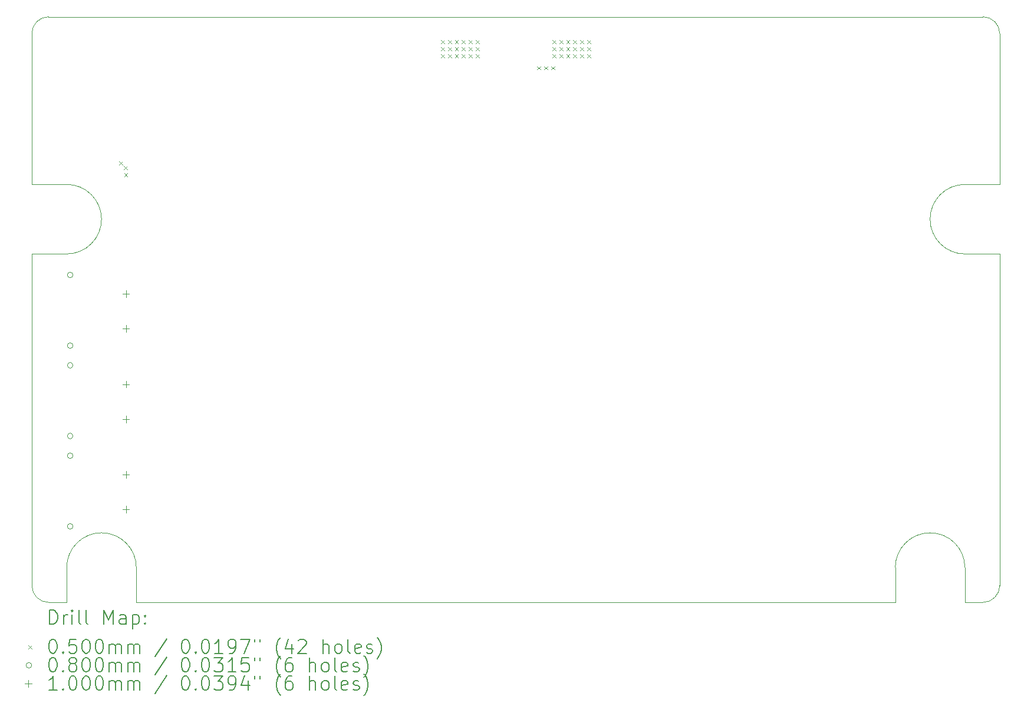
<source format=gbr>
%FSLAX45Y45*%
G04 Gerber Fmt 4.5, Leading zero omitted, Abs format (unit mm)*
G04 Created by KiCad (PCBNEW (6.0.4)) date 2022-06-22 13:50:20*
%MOMM*%
%LPD*%
G01*
G04 APERTURE LIST*
%TA.AperFunction,Profile*%
%ADD10C,0.050000*%
%TD*%
%ADD11C,0.200000*%
%ADD12C,0.050000*%
%ADD13C,0.080000*%
%ADD14C,0.100000*%
G04 APERTURE END LIST*
D10*
X7000000Y-14270000D02*
X7000000Y-9500000D01*
X7000000Y-8500000D02*
X7000000Y-6329706D01*
X20900000Y-9500000D02*
X20900000Y-14270000D01*
X19400000Y-14510000D02*
X8500000Y-14510000D01*
X7500000Y-14510000D02*
X7240000Y-14510000D01*
X20400000Y-9500000D02*
X20900000Y-9500000D01*
X20400000Y-8500000D02*
G75*
G03*
X20400000Y-9500000I0J-500000D01*
G01*
X20400000Y-14010000D02*
X20400000Y-14510000D01*
X7500000Y-9500000D02*
G75*
G03*
X7500000Y-8500000I0J500000D01*
G01*
X20400000Y-8500000D02*
X20900000Y-8500000D01*
X20900004Y-6329706D02*
G75*
G03*
X20660000Y-6089706I-240004J-4D01*
G01*
X7240000Y-6089706D02*
G75*
G03*
X7000000Y-6329706I0J-240000D01*
G01*
X7500000Y-14010000D02*
X7500000Y-14510000D01*
X7000000Y-14270000D02*
G75*
G03*
X7240000Y-14510000I240000J0D01*
G01*
X7240000Y-6089706D02*
X20660000Y-6089706D01*
X20660000Y-14510000D02*
X20400000Y-14510000D01*
X8500000Y-14010000D02*
X8500000Y-14510000D01*
X20400000Y-14010000D02*
G75*
G03*
X19400000Y-14010000I-500000J0D01*
G01*
X8500000Y-14010000D02*
G75*
G03*
X7500000Y-14010000I-500000J0D01*
G01*
X7500000Y-8500000D02*
X7000000Y-8500000D01*
X20660000Y-14510000D02*
G75*
G03*
X20900000Y-14270000I0J240000D01*
G01*
X20900000Y-6329706D02*
X20900000Y-8500000D01*
X19400000Y-14010000D02*
X19400000Y-14510000D01*
X7500000Y-9500000D02*
X7000000Y-9500000D01*
D11*
D12*
X8254450Y-8166750D02*
X8304450Y-8216750D01*
X8304450Y-8166750D02*
X8254450Y-8216750D01*
X8324300Y-8236600D02*
X8374300Y-8286600D01*
X8374300Y-8236600D02*
X8324300Y-8286600D01*
X8325000Y-8338200D02*
X8375000Y-8388200D01*
X8375000Y-8338200D02*
X8325000Y-8388200D01*
X12875000Y-6425000D02*
X12925000Y-6475000D01*
X12925000Y-6425000D02*
X12875000Y-6475000D01*
X12875000Y-6525000D02*
X12925000Y-6575000D01*
X12925000Y-6525000D02*
X12875000Y-6575000D01*
X12875000Y-6625000D02*
X12925000Y-6675000D01*
X12925000Y-6625000D02*
X12875000Y-6675000D01*
X12975000Y-6425000D02*
X13025000Y-6475000D01*
X13025000Y-6425000D02*
X12975000Y-6475000D01*
X12975000Y-6525000D02*
X13025000Y-6575000D01*
X13025000Y-6525000D02*
X12975000Y-6575000D01*
X12975000Y-6625000D02*
X13025000Y-6675000D01*
X13025000Y-6625000D02*
X12975000Y-6675000D01*
X13075000Y-6425000D02*
X13125000Y-6475000D01*
X13125000Y-6425000D02*
X13075000Y-6475000D01*
X13075000Y-6525000D02*
X13125000Y-6575000D01*
X13125000Y-6525000D02*
X13075000Y-6575000D01*
X13075000Y-6625000D02*
X13125000Y-6675000D01*
X13125000Y-6625000D02*
X13075000Y-6675000D01*
X13175000Y-6425000D02*
X13225000Y-6475000D01*
X13225000Y-6425000D02*
X13175000Y-6475000D01*
X13175000Y-6525000D02*
X13225000Y-6575000D01*
X13225000Y-6525000D02*
X13175000Y-6575000D01*
X13175000Y-6625000D02*
X13225000Y-6675000D01*
X13225000Y-6625000D02*
X13175000Y-6675000D01*
X13275000Y-6425000D02*
X13325000Y-6475000D01*
X13325000Y-6425000D02*
X13275000Y-6475000D01*
X13275000Y-6525000D02*
X13325000Y-6575000D01*
X13325000Y-6525000D02*
X13275000Y-6575000D01*
X13275000Y-6625000D02*
X13325000Y-6675000D01*
X13325000Y-6625000D02*
X13275000Y-6675000D01*
X13375000Y-6425000D02*
X13425000Y-6475000D01*
X13425000Y-6425000D02*
X13375000Y-6475000D01*
X13375000Y-6525000D02*
X13425000Y-6575000D01*
X13425000Y-6525000D02*
X13375000Y-6575000D01*
X13375000Y-6625000D02*
X13425000Y-6675000D01*
X13425000Y-6625000D02*
X13375000Y-6675000D01*
X14255200Y-6801500D02*
X14305200Y-6851500D01*
X14305200Y-6801500D02*
X14255200Y-6851500D01*
X14356800Y-6801500D02*
X14406800Y-6851500D01*
X14406800Y-6801500D02*
X14356800Y-6851500D01*
X14458400Y-6801500D02*
X14508400Y-6851500D01*
X14508400Y-6801500D02*
X14458400Y-6851500D01*
X14475000Y-6425000D02*
X14525000Y-6475000D01*
X14525000Y-6425000D02*
X14475000Y-6475000D01*
X14475000Y-6525000D02*
X14525000Y-6575000D01*
X14525000Y-6525000D02*
X14475000Y-6575000D01*
X14475000Y-6625000D02*
X14525000Y-6675000D01*
X14525000Y-6625000D02*
X14475000Y-6675000D01*
X14575000Y-6425000D02*
X14625000Y-6475000D01*
X14625000Y-6425000D02*
X14575000Y-6475000D01*
X14575000Y-6525000D02*
X14625000Y-6575000D01*
X14625000Y-6525000D02*
X14575000Y-6575000D01*
X14575000Y-6625000D02*
X14625000Y-6675000D01*
X14625000Y-6625000D02*
X14575000Y-6675000D01*
X14675000Y-6425000D02*
X14725000Y-6475000D01*
X14725000Y-6425000D02*
X14675000Y-6475000D01*
X14675000Y-6525000D02*
X14725000Y-6575000D01*
X14725000Y-6525000D02*
X14675000Y-6575000D01*
X14675000Y-6625000D02*
X14725000Y-6675000D01*
X14725000Y-6625000D02*
X14675000Y-6675000D01*
X14775000Y-6425000D02*
X14825000Y-6475000D01*
X14825000Y-6425000D02*
X14775000Y-6475000D01*
X14775000Y-6525000D02*
X14825000Y-6575000D01*
X14825000Y-6525000D02*
X14775000Y-6575000D01*
X14775000Y-6625000D02*
X14825000Y-6675000D01*
X14825000Y-6625000D02*
X14775000Y-6675000D01*
X14875000Y-6425000D02*
X14925000Y-6475000D01*
X14925000Y-6425000D02*
X14875000Y-6475000D01*
X14875000Y-6525000D02*
X14925000Y-6575000D01*
X14925000Y-6525000D02*
X14875000Y-6575000D01*
X14875000Y-6625000D02*
X14925000Y-6675000D01*
X14925000Y-6625000D02*
X14875000Y-6675000D01*
X14975000Y-6425000D02*
X15025000Y-6475000D01*
X15025000Y-6425000D02*
X14975000Y-6475000D01*
X14975000Y-6525000D02*
X15025000Y-6575000D01*
X15025000Y-6525000D02*
X14975000Y-6575000D01*
X14975000Y-6625000D02*
X15025000Y-6675000D01*
X15025000Y-6625000D02*
X14975000Y-6675000D01*
D13*
X7590000Y-9802000D02*
G75*
G03*
X7590000Y-9802000I-40000J0D01*
G01*
X7590000Y-10818000D02*
G75*
G03*
X7590000Y-10818000I-40000J0D01*
G01*
X7590000Y-11102000D02*
G75*
G03*
X7590000Y-11102000I-40000J0D01*
G01*
X7590000Y-12118000D02*
G75*
G03*
X7590000Y-12118000I-40000J0D01*
G01*
X7590000Y-12402000D02*
G75*
G03*
X7590000Y-12402000I-40000J0D01*
G01*
X7590000Y-13418000D02*
G75*
G03*
X7590000Y-13418000I-40000J0D01*
G01*
D14*
X8350000Y-10023232D02*
X8350000Y-10123232D01*
X8300000Y-10073232D02*
X8400000Y-10073232D01*
X8350000Y-10523232D02*
X8350000Y-10623232D01*
X8300000Y-10573232D02*
X8400000Y-10573232D01*
X8350000Y-11323232D02*
X8350000Y-11423232D01*
X8300000Y-11373232D02*
X8400000Y-11373232D01*
X8350000Y-11823232D02*
X8350000Y-11923232D01*
X8300000Y-11873232D02*
X8400000Y-11873232D01*
X8350000Y-12623232D02*
X8350000Y-12723232D01*
X8300000Y-12673232D02*
X8400000Y-12673232D01*
X8350000Y-13123232D02*
X8350000Y-13223232D01*
X8300000Y-13173232D02*
X8400000Y-13173232D01*
D11*
X7255119Y-14822976D02*
X7255119Y-14622976D01*
X7302738Y-14622976D01*
X7331309Y-14632500D01*
X7350357Y-14651548D01*
X7359881Y-14670595D01*
X7369405Y-14708690D01*
X7369405Y-14737262D01*
X7359881Y-14775357D01*
X7350357Y-14794405D01*
X7331309Y-14813452D01*
X7302738Y-14822976D01*
X7255119Y-14822976D01*
X7455119Y-14822976D02*
X7455119Y-14689643D01*
X7455119Y-14727738D02*
X7464643Y-14708690D01*
X7474167Y-14699167D01*
X7493214Y-14689643D01*
X7512262Y-14689643D01*
X7578928Y-14822976D02*
X7578928Y-14689643D01*
X7578928Y-14622976D02*
X7569405Y-14632500D01*
X7578928Y-14642024D01*
X7588452Y-14632500D01*
X7578928Y-14622976D01*
X7578928Y-14642024D01*
X7702738Y-14822976D02*
X7683690Y-14813452D01*
X7674167Y-14794405D01*
X7674167Y-14622976D01*
X7807500Y-14822976D02*
X7788452Y-14813452D01*
X7778928Y-14794405D01*
X7778928Y-14622976D01*
X8036071Y-14822976D02*
X8036071Y-14622976D01*
X8102738Y-14765833D01*
X8169405Y-14622976D01*
X8169405Y-14822976D01*
X8350357Y-14822976D02*
X8350357Y-14718214D01*
X8340833Y-14699167D01*
X8321786Y-14689643D01*
X8283690Y-14689643D01*
X8264643Y-14699167D01*
X8350357Y-14813452D02*
X8331309Y-14822976D01*
X8283690Y-14822976D01*
X8264643Y-14813452D01*
X8255119Y-14794405D01*
X8255119Y-14775357D01*
X8264643Y-14756309D01*
X8283690Y-14746786D01*
X8331309Y-14746786D01*
X8350357Y-14737262D01*
X8445595Y-14689643D02*
X8445595Y-14889643D01*
X8445595Y-14699167D02*
X8464643Y-14689643D01*
X8502738Y-14689643D01*
X8521786Y-14699167D01*
X8531310Y-14708690D01*
X8540833Y-14727738D01*
X8540833Y-14784881D01*
X8531310Y-14803928D01*
X8521786Y-14813452D01*
X8502738Y-14822976D01*
X8464643Y-14822976D01*
X8445595Y-14813452D01*
X8626548Y-14803928D02*
X8636071Y-14813452D01*
X8626548Y-14822976D01*
X8617024Y-14813452D01*
X8626548Y-14803928D01*
X8626548Y-14822976D01*
X8626548Y-14699167D02*
X8636071Y-14708690D01*
X8626548Y-14718214D01*
X8617024Y-14708690D01*
X8626548Y-14699167D01*
X8626548Y-14718214D01*
D12*
X6947500Y-15127500D02*
X6997500Y-15177500D01*
X6997500Y-15127500D02*
X6947500Y-15177500D01*
D11*
X7293214Y-15042976D02*
X7312262Y-15042976D01*
X7331309Y-15052500D01*
X7340833Y-15062024D01*
X7350357Y-15081071D01*
X7359881Y-15119167D01*
X7359881Y-15166786D01*
X7350357Y-15204881D01*
X7340833Y-15223928D01*
X7331309Y-15233452D01*
X7312262Y-15242976D01*
X7293214Y-15242976D01*
X7274167Y-15233452D01*
X7264643Y-15223928D01*
X7255119Y-15204881D01*
X7245595Y-15166786D01*
X7245595Y-15119167D01*
X7255119Y-15081071D01*
X7264643Y-15062024D01*
X7274167Y-15052500D01*
X7293214Y-15042976D01*
X7445595Y-15223928D02*
X7455119Y-15233452D01*
X7445595Y-15242976D01*
X7436071Y-15233452D01*
X7445595Y-15223928D01*
X7445595Y-15242976D01*
X7636071Y-15042976D02*
X7540833Y-15042976D01*
X7531309Y-15138214D01*
X7540833Y-15128690D01*
X7559881Y-15119167D01*
X7607500Y-15119167D01*
X7626548Y-15128690D01*
X7636071Y-15138214D01*
X7645595Y-15157262D01*
X7645595Y-15204881D01*
X7636071Y-15223928D01*
X7626548Y-15233452D01*
X7607500Y-15242976D01*
X7559881Y-15242976D01*
X7540833Y-15233452D01*
X7531309Y-15223928D01*
X7769405Y-15042976D02*
X7788452Y-15042976D01*
X7807500Y-15052500D01*
X7817024Y-15062024D01*
X7826548Y-15081071D01*
X7836071Y-15119167D01*
X7836071Y-15166786D01*
X7826548Y-15204881D01*
X7817024Y-15223928D01*
X7807500Y-15233452D01*
X7788452Y-15242976D01*
X7769405Y-15242976D01*
X7750357Y-15233452D01*
X7740833Y-15223928D01*
X7731309Y-15204881D01*
X7721786Y-15166786D01*
X7721786Y-15119167D01*
X7731309Y-15081071D01*
X7740833Y-15062024D01*
X7750357Y-15052500D01*
X7769405Y-15042976D01*
X7959881Y-15042976D02*
X7978928Y-15042976D01*
X7997976Y-15052500D01*
X8007500Y-15062024D01*
X8017024Y-15081071D01*
X8026548Y-15119167D01*
X8026548Y-15166786D01*
X8017024Y-15204881D01*
X8007500Y-15223928D01*
X7997976Y-15233452D01*
X7978928Y-15242976D01*
X7959881Y-15242976D01*
X7940833Y-15233452D01*
X7931309Y-15223928D01*
X7921786Y-15204881D01*
X7912262Y-15166786D01*
X7912262Y-15119167D01*
X7921786Y-15081071D01*
X7931309Y-15062024D01*
X7940833Y-15052500D01*
X7959881Y-15042976D01*
X8112262Y-15242976D02*
X8112262Y-15109643D01*
X8112262Y-15128690D02*
X8121786Y-15119167D01*
X8140833Y-15109643D01*
X8169405Y-15109643D01*
X8188452Y-15119167D01*
X8197976Y-15138214D01*
X8197976Y-15242976D01*
X8197976Y-15138214D02*
X8207500Y-15119167D01*
X8226548Y-15109643D01*
X8255119Y-15109643D01*
X8274167Y-15119167D01*
X8283690Y-15138214D01*
X8283690Y-15242976D01*
X8378928Y-15242976D02*
X8378928Y-15109643D01*
X8378928Y-15128690D02*
X8388452Y-15119167D01*
X8407500Y-15109643D01*
X8436071Y-15109643D01*
X8455119Y-15119167D01*
X8464643Y-15138214D01*
X8464643Y-15242976D01*
X8464643Y-15138214D02*
X8474167Y-15119167D01*
X8493214Y-15109643D01*
X8521786Y-15109643D01*
X8540833Y-15119167D01*
X8550357Y-15138214D01*
X8550357Y-15242976D01*
X8940833Y-15033452D02*
X8769405Y-15290595D01*
X9197976Y-15042976D02*
X9217024Y-15042976D01*
X9236071Y-15052500D01*
X9245595Y-15062024D01*
X9255119Y-15081071D01*
X9264643Y-15119167D01*
X9264643Y-15166786D01*
X9255119Y-15204881D01*
X9245595Y-15223928D01*
X9236071Y-15233452D01*
X9217024Y-15242976D01*
X9197976Y-15242976D01*
X9178929Y-15233452D01*
X9169405Y-15223928D01*
X9159881Y-15204881D01*
X9150357Y-15166786D01*
X9150357Y-15119167D01*
X9159881Y-15081071D01*
X9169405Y-15062024D01*
X9178929Y-15052500D01*
X9197976Y-15042976D01*
X9350357Y-15223928D02*
X9359881Y-15233452D01*
X9350357Y-15242976D01*
X9340833Y-15233452D01*
X9350357Y-15223928D01*
X9350357Y-15242976D01*
X9483690Y-15042976D02*
X9502738Y-15042976D01*
X9521786Y-15052500D01*
X9531310Y-15062024D01*
X9540833Y-15081071D01*
X9550357Y-15119167D01*
X9550357Y-15166786D01*
X9540833Y-15204881D01*
X9531310Y-15223928D01*
X9521786Y-15233452D01*
X9502738Y-15242976D01*
X9483690Y-15242976D01*
X9464643Y-15233452D01*
X9455119Y-15223928D01*
X9445595Y-15204881D01*
X9436071Y-15166786D01*
X9436071Y-15119167D01*
X9445595Y-15081071D01*
X9455119Y-15062024D01*
X9464643Y-15052500D01*
X9483690Y-15042976D01*
X9740833Y-15242976D02*
X9626548Y-15242976D01*
X9683690Y-15242976D02*
X9683690Y-15042976D01*
X9664643Y-15071548D01*
X9645595Y-15090595D01*
X9626548Y-15100119D01*
X9836071Y-15242976D02*
X9874167Y-15242976D01*
X9893214Y-15233452D01*
X9902738Y-15223928D01*
X9921786Y-15195357D01*
X9931310Y-15157262D01*
X9931310Y-15081071D01*
X9921786Y-15062024D01*
X9912262Y-15052500D01*
X9893214Y-15042976D01*
X9855119Y-15042976D01*
X9836071Y-15052500D01*
X9826548Y-15062024D01*
X9817024Y-15081071D01*
X9817024Y-15128690D01*
X9826548Y-15147738D01*
X9836071Y-15157262D01*
X9855119Y-15166786D01*
X9893214Y-15166786D01*
X9912262Y-15157262D01*
X9921786Y-15147738D01*
X9931310Y-15128690D01*
X9997976Y-15042976D02*
X10131310Y-15042976D01*
X10045595Y-15242976D01*
X10197976Y-15042976D02*
X10197976Y-15081071D01*
X10274167Y-15042976D02*
X10274167Y-15081071D01*
X10569405Y-15319167D02*
X10559881Y-15309643D01*
X10540833Y-15281071D01*
X10531310Y-15262024D01*
X10521786Y-15233452D01*
X10512262Y-15185833D01*
X10512262Y-15147738D01*
X10521786Y-15100119D01*
X10531310Y-15071548D01*
X10540833Y-15052500D01*
X10559881Y-15023928D01*
X10569405Y-15014405D01*
X10731310Y-15109643D02*
X10731310Y-15242976D01*
X10683690Y-15033452D02*
X10636071Y-15176309D01*
X10759881Y-15176309D01*
X10826548Y-15062024D02*
X10836071Y-15052500D01*
X10855119Y-15042976D01*
X10902738Y-15042976D01*
X10921786Y-15052500D01*
X10931310Y-15062024D01*
X10940833Y-15081071D01*
X10940833Y-15100119D01*
X10931310Y-15128690D01*
X10817024Y-15242976D01*
X10940833Y-15242976D01*
X11178929Y-15242976D02*
X11178929Y-15042976D01*
X11264643Y-15242976D02*
X11264643Y-15138214D01*
X11255119Y-15119167D01*
X11236071Y-15109643D01*
X11207500Y-15109643D01*
X11188452Y-15119167D01*
X11178929Y-15128690D01*
X11388452Y-15242976D02*
X11369405Y-15233452D01*
X11359881Y-15223928D01*
X11350357Y-15204881D01*
X11350357Y-15147738D01*
X11359881Y-15128690D01*
X11369405Y-15119167D01*
X11388452Y-15109643D01*
X11417024Y-15109643D01*
X11436071Y-15119167D01*
X11445595Y-15128690D01*
X11455119Y-15147738D01*
X11455119Y-15204881D01*
X11445595Y-15223928D01*
X11436071Y-15233452D01*
X11417024Y-15242976D01*
X11388452Y-15242976D01*
X11569405Y-15242976D02*
X11550357Y-15233452D01*
X11540833Y-15214405D01*
X11540833Y-15042976D01*
X11721786Y-15233452D02*
X11702738Y-15242976D01*
X11664643Y-15242976D01*
X11645595Y-15233452D01*
X11636071Y-15214405D01*
X11636071Y-15138214D01*
X11645595Y-15119167D01*
X11664643Y-15109643D01*
X11702738Y-15109643D01*
X11721786Y-15119167D01*
X11731309Y-15138214D01*
X11731309Y-15157262D01*
X11636071Y-15176309D01*
X11807500Y-15233452D02*
X11826548Y-15242976D01*
X11864643Y-15242976D01*
X11883690Y-15233452D01*
X11893214Y-15214405D01*
X11893214Y-15204881D01*
X11883690Y-15185833D01*
X11864643Y-15176309D01*
X11836071Y-15176309D01*
X11817024Y-15166786D01*
X11807500Y-15147738D01*
X11807500Y-15138214D01*
X11817024Y-15119167D01*
X11836071Y-15109643D01*
X11864643Y-15109643D01*
X11883690Y-15119167D01*
X11959881Y-15319167D02*
X11969405Y-15309643D01*
X11988452Y-15281071D01*
X11997976Y-15262024D01*
X12007500Y-15233452D01*
X12017024Y-15185833D01*
X12017024Y-15147738D01*
X12007500Y-15100119D01*
X11997976Y-15071548D01*
X11988452Y-15052500D01*
X11969405Y-15023928D01*
X11959881Y-15014405D01*
D13*
X6997500Y-15416500D02*
G75*
G03*
X6997500Y-15416500I-40000J0D01*
G01*
D11*
X7293214Y-15306976D02*
X7312262Y-15306976D01*
X7331309Y-15316500D01*
X7340833Y-15326024D01*
X7350357Y-15345071D01*
X7359881Y-15383167D01*
X7359881Y-15430786D01*
X7350357Y-15468881D01*
X7340833Y-15487928D01*
X7331309Y-15497452D01*
X7312262Y-15506976D01*
X7293214Y-15506976D01*
X7274167Y-15497452D01*
X7264643Y-15487928D01*
X7255119Y-15468881D01*
X7245595Y-15430786D01*
X7245595Y-15383167D01*
X7255119Y-15345071D01*
X7264643Y-15326024D01*
X7274167Y-15316500D01*
X7293214Y-15306976D01*
X7445595Y-15487928D02*
X7455119Y-15497452D01*
X7445595Y-15506976D01*
X7436071Y-15497452D01*
X7445595Y-15487928D01*
X7445595Y-15506976D01*
X7569405Y-15392690D02*
X7550357Y-15383167D01*
X7540833Y-15373643D01*
X7531309Y-15354595D01*
X7531309Y-15345071D01*
X7540833Y-15326024D01*
X7550357Y-15316500D01*
X7569405Y-15306976D01*
X7607500Y-15306976D01*
X7626548Y-15316500D01*
X7636071Y-15326024D01*
X7645595Y-15345071D01*
X7645595Y-15354595D01*
X7636071Y-15373643D01*
X7626548Y-15383167D01*
X7607500Y-15392690D01*
X7569405Y-15392690D01*
X7550357Y-15402214D01*
X7540833Y-15411738D01*
X7531309Y-15430786D01*
X7531309Y-15468881D01*
X7540833Y-15487928D01*
X7550357Y-15497452D01*
X7569405Y-15506976D01*
X7607500Y-15506976D01*
X7626548Y-15497452D01*
X7636071Y-15487928D01*
X7645595Y-15468881D01*
X7645595Y-15430786D01*
X7636071Y-15411738D01*
X7626548Y-15402214D01*
X7607500Y-15392690D01*
X7769405Y-15306976D02*
X7788452Y-15306976D01*
X7807500Y-15316500D01*
X7817024Y-15326024D01*
X7826548Y-15345071D01*
X7836071Y-15383167D01*
X7836071Y-15430786D01*
X7826548Y-15468881D01*
X7817024Y-15487928D01*
X7807500Y-15497452D01*
X7788452Y-15506976D01*
X7769405Y-15506976D01*
X7750357Y-15497452D01*
X7740833Y-15487928D01*
X7731309Y-15468881D01*
X7721786Y-15430786D01*
X7721786Y-15383167D01*
X7731309Y-15345071D01*
X7740833Y-15326024D01*
X7750357Y-15316500D01*
X7769405Y-15306976D01*
X7959881Y-15306976D02*
X7978928Y-15306976D01*
X7997976Y-15316500D01*
X8007500Y-15326024D01*
X8017024Y-15345071D01*
X8026548Y-15383167D01*
X8026548Y-15430786D01*
X8017024Y-15468881D01*
X8007500Y-15487928D01*
X7997976Y-15497452D01*
X7978928Y-15506976D01*
X7959881Y-15506976D01*
X7940833Y-15497452D01*
X7931309Y-15487928D01*
X7921786Y-15468881D01*
X7912262Y-15430786D01*
X7912262Y-15383167D01*
X7921786Y-15345071D01*
X7931309Y-15326024D01*
X7940833Y-15316500D01*
X7959881Y-15306976D01*
X8112262Y-15506976D02*
X8112262Y-15373643D01*
X8112262Y-15392690D02*
X8121786Y-15383167D01*
X8140833Y-15373643D01*
X8169405Y-15373643D01*
X8188452Y-15383167D01*
X8197976Y-15402214D01*
X8197976Y-15506976D01*
X8197976Y-15402214D02*
X8207500Y-15383167D01*
X8226548Y-15373643D01*
X8255119Y-15373643D01*
X8274167Y-15383167D01*
X8283690Y-15402214D01*
X8283690Y-15506976D01*
X8378928Y-15506976D02*
X8378928Y-15373643D01*
X8378928Y-15392690D02*
X8388452Y-15383167D01*
X8407500Y-15373643D01*
X8436071Y-15373643D01*
X8455119Y-15383167D01*
X8464643Y-15402214D01*
X8464643Y-15506976D01*
X8464643Y-15402214D02*
X8474167Y-15383167D01*
X8493214Y-15373643D01*
X8521786Y-15373643D01*
X8540833Y-15383167D01*
X8550357Y-15402214D01*
X8550357Y-15506976D01*
X8940833Y-15297452D02*
X8769405Y-15554595D01*
X9197976Y-15306976D02*
X9217024Y-15306976D01*
X9236071Y-15316500D01*
X9245595Y-15326024D01*
X9255119Y-15345071D01*
X9264643Y-15383167D01*
X9264643Y-15430786D01*
X9255119Y-15468881D01*
X9245595Y-15487928D01*
X9236071Y-15497452D01*
X9217024Y-15506976D01*
X9197976Y-15506976D01*
X9178929Y-15497452D01*
X9169405Y-15487928D01*
X9159881Y-15468881D01*
X9150357Y-15430786D01*
X9150357Y-15383167D01*
X9159881Y-15345071D01*
X9169405Y-15326024D01*
X9178929Y-15316500D01*
X9197976Y-15306976D01*
X9350357Y-15487928D02*
X9359881Y-15497452D01*
X9350357Y-15506976D01*
X9340833Y-15497452D01*
X9350357Y-15487928D01*
X9350357Y-15506976D01*
X9483690Y-15306976D02*
X9502738Y-15306976D01*
X9521786Y-15316500D01*
X9531310Y-15326024D01*
X9540833Y-15345071D01*
X9550357Y-15383167D01*
X9550357Y-15430786D01*
X9540833Y-15468881D01*
X9531310Y-15487928D01*
X9521786Y-15497452D01*
X9502738Y-15506976D01*
X9483690Y-15506976D01*
X9464643Y-15497452D01*
X9455119Y-15487928D01*
X9445595Y-15468881D01*
X9436071Y-15430786D01*
X9436071Y-15383167D01*
X9445595Y-15345071D01*
X9455119Y-15326024D01*
X9464643Y-15316500D01*
X9483690Y-15306976D01*
X9617024Y-15306976D02*
X9740833Y-15306976D01*
X9674167Y-15383167D01*
X9702738Y-15383167D01*
X9721786Y-15392690D01*
X9731310Y-15402214D01*
X9740833Y-15421262D01*
X9740833Y-15468881D01*
X9731310Y-15487928D01*
X9721786Y-15497452D01*
X9702738Y-15506976D01*
X9645595Y-15506976D01*
X9626548Y-15497452D01*
X9617024Y-15487928D01*
X9931310Y-15506976D02*
X9817024Y-15506976D01*
X9874167Y-15506976D02*
X9874167Y-15306976D01*
X9855119Y-15335548D01*
X9836071Y-15354595D01*
X9817024Y-15364119D01*
X10112262Y-15306976D02*
X10017024Y-15306976D01*
X10007500Y-15402214D01*
X10017024Y-15392690D01*
X10036071Y-15383167D01*
X10083690Y-15383167D01*
X10102738Y-15392690D01*
X10112262Y-15402214D01*
X10121786Y-15421262D01*
X10121786Y-15468881D01*
X10112262Y-15487928D01*
X10102738Y-15497452D01*
X10083690Y-15506976D01*
X10036071Y-15506976D01*
X10017024Y-15497452D01*
X10007500Y-15487928D01*
X10197976Y-15306976D02*
X10197976Y-15345071D01*
X10274167Y-15306976D02*
X10274167Y-15345071D01*
X10569405Y-15583167D02*
X10559881Y-15573643D01*
X10540833Y-15545071D01*
X10531310Y-15526024D01*
X10521786Y-15497452D01*
X10512262Y-15449833D01*
X10512262Y-15411738D01*
X10521786Y-15364119D01*
X10531310Y-15335548D01*
X10540833Y-15316500D01*
X10559881Y-15287928D01*
X10569405Y-15278405D01*
X10731310Y-15306976D02*
X10693214Y-15306976D01*
X10674167Y-15316500D01*
X10664643Y-15326024D01*
X10645595Y-15354595D01*
X10636071Y-15392690D01*
X10636071Y-15468881D01*
X10645595Y-15487928D01*
X10655119Y-15497452D01*
X10674167Y-15506976D01*
X10712262Y-15506976D01*
X10731310Y-15497452D01*
X10740833Y-15487928D01*
X10750357Y-15468881D01*
X10750357Y-15421262D01*
X10740833Y-15402214D01*
X10731310Y-15392690D01*
X10712262Y-15383167D01*
X10674167Y-15383167D01*
X10655119Y-15392690D01*
X10645595Y-15402214D01*
X10636071Y-15421262D01*
X10988452Y-15506976D02*
X10988452Y-15306976D01*
X11074167Y-15506976D02*
X11074167Y-15402214D01*
X11064643Y-15383167D01*
X11045595Y-15373643D01*
X11017024Y-15373643D01*
X10997976Y-15383167D01*
X10988452Y-15392690D01*
X11197976Y-15506976D02*
X11178929Y-15497452D01*
X11169405Y-15487928D01*
X11159881Y-15468881D01*
X11159881Y-15411738D01*
X11169405Y-15392690D01*
X11178929Y-15383167D01*
X11197976Y-15373643D01*
X11226548Y-15373643D01*
X11245595Y-15383167D01*
X11255119Y-15392690D01*
X11264643Y-15411738D01*
X11264643Y-15468881D01*
X11255119Y-15487928D01*
X11245595Y-15497452D01*
X11226548Y-15506976D01*
X11197976Y-15506976D01*
X11378928Y-15506976D02*
X11359881Y-15497452D01*
X11350357Y-15478405D01*
X11350357Y-15306976D01*
X11531309Y-15497452D02*
X11512262Y-15506976D01*
X11474167Y-15506976D01*
X11455119Y-15497452D01*
X11445595Y-15478405D01*
X11445595Y-15402214D01*
X11455119Y-15383167D01*
X11474167Y-15373643D01*
X11512262Y-15373643D01*
X11531309Y-15383167D01*
X11540833Y-15402214D01*
X11540833Y-15421262D01*
X11445595Y-15440309D01*
X11617024Y-15497452D02*
X11636071Y-15506976D01*
X11674167Y-15506976D01*
X11693214Y-15497452D01*
X11702738Y-15478405D01*
X11702738Y-15468881D01*
X11693214Y-15449833D01*
X11674167Y-15440309D01*
X11645595Y-15440309D01*
X11626548Y-15430786D01*
X11617024Y-15411738D01*
X11617024Y-15402214D01*
X11626548Y-15383167D01*
X11645595Y-15373643D01*
X11674167Y-15373643D01*
X11693214Y-15383167D01*
X11769405Y-15583167D02*
X11778928Y-15573643D01*
X11797976Y-15545071D01*
X11807500Y-15526024D01*
X11817024Y-15497452D01*
X11826548Y-15449833D01*
X11826548Y-15411738D01*
X11817024Y-15364119D01*
X11807500Y-15335548D01*
X11797976Y-15316500D01*
X11778928Y-15287928D01*
X11769405Y-15278405D01*
D14*
X6947500Y-15630500D02*
X6947500Y-15730500D01*
X6897500Y-15680500D02*
X6997500Y-15680500D01*
D11*
X7359881Y-15770976D02*
X7245595Y-15770976D01*
X7302738Y-15770976D02*
X7302738Y-15570976D01*
X7283690Y-15599548D01*
X7264643Y-15618595D01*
X7245595Y-15628119D01*
X7445595Y-15751928D02*
X7455119Y-15761452D01*
X7445595Y-15770976D01*
X7436071Y-15761452D01*
X7445595Y-15751928D01*
X7445595Y-15770976D01*
X7578928Y-15570976D02*
X7597976Y-15570976D01*
X7617024Y-15580500D01*
X7626548Y-15590024D01*
X7636071Y-15609071D01*
X7645595Y-15647167D01*
X7645595Y-15694786D01*
X7636071Y-15732881D01*
X7626548Y-15751928D01*
X7617024Y-15761452D01*
X7597976Y-15770976D01*
X7578928Y-15770976D01*
X7559881Y-15761452D01*
X7550357Y-15751928D01*
X7540833Y-15732881D01*
X7531309Y-15694786D01*
X7531309Y-15647167D01*
X7540833Y-15609071D01*
X7550357Y-15590024D01*
X7559881Y-15580500D01*
X7578928Y-15570976D01*
X7769405Y-15570976D02*
X7788452Y-15570976D01*
X7807500Y-15580500D01*
X7817024Y-15590024D01*
X7826548Y-15609071D01*
X7836071Y-15647167D01*
X7836071Y-15694786D01*
X7826548Y-15732881D01*
X7817024Y-15751928D01*
X7807500Y-15761452D01*
X7788452Y-15770976D01*
X7769405Y-15770976D01*
X7750357Y-15761452D01*
X7740833Y-15751928D01*
X7731309Y-15732881D01*
X7721786Y-15694786D01*
X7721786Y-15647167D01*
X7731309Y-15609071D01*
X7740833Y-15590024D01*
X7750357Y-15580500D01*
X7769405Y-15570976D01*
X7959881Y-15570976D02*
X7978928Y-15570976D01*
X7997976Y-15580500D01*
X8007500Y-15590024D01*
X8017024Y-15609071D01*
X8026548Y-15647167D01*
X8026548Y-15694786D01*
X8017024Y-15732881D01*
X8007500Y-15751928D01*
X7997976Y-15761452D01*
X7978928Y-15770976D01*
X7959881Y-15770976D01*
X7940833Y-15761452D01*
X7931309Y-15751928D01*
X7921786Y-15732881D01*
X7912262Y-15694786D01*
X7912262Y-15647167D01*
X7921786Y-15609071D01*
X7931309Y-15590024D01*
X7940833Y-15580500D01*
X7959881Y-15570976D01*
X8112262Y-15770976D02*
X8112262Y-15637643D01*
X8112262Y-15656690D02*
X8121786Y-15647167D01*
X8140833Y-15637643D01*
X8169405Y-15637643D01*
X8188452Y-15647167D01*
X8197976Y-15666214D01*
X8197976Y-15770976D01*
X8197976Y-15666214D02*
X8207500Y-15647167D01*
X8226548Y-15637643D01*
X8255119Y-15637643D01*
X8274167Y-15647167D01*
X8283690Y-15666214D01*
X8283690Y-15770976D01*
X8378928Y-15770976D02*
X8378928Y-15637643D01*
X8378928Y-15656690D02*
X8388452Y-15647167D01*
X8407500Y-15637643D01*
X8436071Y-15637643D01*
X8455119Y-15647167D01*
X8464643Y-15666214D01*
X8464643Y-15770976D01*
X8464643Y-15666214D02*
X8474167Y-15647167D01*
X8493214Y-15637643D01*
X8521786Y-15637643D01*
X8540833Y-15647167D01*
X8550357Y-15666214D01*
X8550357Y-15770976D01*
X8940833Y-15561452D02*
X8769405Y-15818595D01*
X9197976Y-15570976D02*
X9217024Y-15570976D01*
X9236071Y-15580500D01*
X9245595Y-15590024D01*
X9255119Y-15609071D01*
X9264643Y-15647167D01*
X9264643Y-15694786D01*
X9255119Y-15732881D01*
X9245595Y-15751928D01*
X9236071Y-15761452D01*
X9217024Y-15770976D01*
X9197976Y-15770976D01*
X9178929Y-15761452D01*
X9169405Y-15751928D01*
X9159881Y-15732881D01*
X9150357Y-15694786D01*
X9150357Y-15647167D01*
X9159881Y-15609071D01*
X9169405Y-15590024D01*
X9178929Y-15580500D01*
X9197976Y-15570976D01*
X9350357Y-15751928D02*
X9359881Y-15761452D01*
X9350357Y-15770976D01*
X9340833Y-15761452D01*
X9350357Y-15751928D01*
X9350357Y-15770976D01*
X9483690Y-15570976D02*
X9502738Y-15570976D01*
X9521786Y-15580500D01*
X9531310Y-15590024D01*
X9540833Y-15609071D01*
X9550357Y-15647167D01*
X9550357Y-15694786D01*
X9540833Y-15732881D01*
X9531310Y-15751928D01*
X9521786Y-15761452D01*
X9502738Y-15770976D01*
X9483690Y-15770976D01*
X9464643Y-15761452D01*
X9455119Y-15751928D01*
X9445595Y-15732881D01*
X9436071Y-15694786D01*
X9436071Y-15647167D01*
X9445595Y-15609071D01*
X9455119Y-15590024D01*
X9464643Y-15580500D01*
X9483690Y-15570976D01*
X9617024Y-15570976D02*
X9740833Y-15570976D01*
X9674167Y-15647167D01*
X9702738Y-15647167D01*
X9721786Y-15656690D01*
X9731310Y-15666214D01*
X9740833Y-15685262D01*
X9740833Y-15732881D01*
X9731310Y-15751928D01*
X9721786Y-15761452D01*
X9702738Y-15770976D01*
X9645595Y-15770976D01*
X9626548Y-15761452D01*
X9617024Y-15751928D01*
X9836071Y-15770976D02*
X9874167Y-15770976D01*
X9893214Y-15761452D01*
X9902738Y-15751928D01*
X9921786Y-15723357D01*
X9931310Y-15685262D01*
X9931310Y-15609071D01*
X9921786Y-15590024D01*
X9912262Y-15580500D01*
X9893214Y-15570976D01*
X9855119Y-15570976D01*
X9836071Y-15580500D01*
X9826548Y-15590024D01*
X9817024Y-15609071D01*
X9817024Y-15656690D01*
X9826548Y-15675738D01*
X9836071Y-15685262D01*
X9855119Y-15694786D01*
X9893214Y-15694786D01*
X9912262Y-15685262D01*
X9921786Y-15675738D01*
X9931310Y-15656690D01*
X10102738Y-15637643D02*
X10102738Y-15770976D01*
X10055119Y-15561452D02*
X10007500Y-15704309D01*
X10131310Y-15704309D01*
X10197976Y-15570976D02*
X10197976Y-15609071D01*
X10274167Y-15570976D02*
X10274167Y-15609071D01*
X10569405Y-15847167D02*
X10559881Y-15837643D01*
X10540833Y-15809071D01*
X10531310Y-15790024D01*
X10521786Y-15761452D01*
X10512262Y-15713833D01*
X10512262Y-15675738D01*
X10521786Y-15628119D01*
X10531310Y-15599548D01*
X10540833Y-15580500D01*
X10559881Y-15551928D01*
X10569405Y-15542405D01*
X10731310Y-15570976D02*
X10693214Y-15570976D01*
X10674167Y-15580500D01*
X10664643Y-15590024D01*
X10645595Y-15618595D01*
X10636071Y-15656690D01*
X10636071Y-15732881D01*
X10645595Y-15751928D01*
X10655119Y-15761452D01*
X10674167Y-15770976D01*
X10712262Y-15770976D01*
X10731310Y-15761452D01*
X10740833Y-15751928D01*
X10750357Y-15732881D01*
X10750357Y-15685262D01*
X10740833Y-15666214D01*
X10731310Y-15656690D01*
X10712262Y-15647167D01*
X10674167Y-15647167D01*
X10655119Y-15656690D01*
X10645595Y-15666214D01*
X10636071Y-15685262D01*
X10988452Y-15770976D02*
X10988452Y-15570976D01*
X11074167Y-15770976D02*
X11074167Y-15666214D01*
X11064643Y-15647167D01*
X11045595Y-15637643D01*
X11017024Y-15637643D01*
X10997976Y-15647167D01*
X10988452Y-15656690D01*
X11197976Y-15770976D02*
X11178929Y-15761452D01*
X11169405Y-15751928D01*
X11159881Y-15732881D01*
X11159881Y-15675738D01*
X11169405Y-15656690D01*
X11178929Y-15647167D01*
X11197976Y-15637643D01*
X11226548Y-15637643D01*
X11245595Y-15647167D01*
X11255119Y-15656690D01*
X11264643Y-15675738D01*
X11264643Y-15732881D01*
X11255119Y-15751928D01*
X11245595Y-15761452D01*
X11226548Y-15770976D01*
X11197976Y-15770976D01*
X11378928Y-15770976D02*
X11359881Y-15761452D01*
X11350357Y-15742405D01*
X11350357Y-15570976D01*
X11531309Y-15761452D02*
X11512262Y-15770976D01*
X11474167Y-15770976D01*
X11455119Y-15761452D01*
X11445595Y-15742405D01*
X11445595Y-15666214D01*
X11455119Y-15647167D01*
X11474167Y-15637643D01*
X11512262Y-15637643D01*
X11531309Y-15647167D01*
X11540833Y-15666214D01*
X11540833Y-15685262D01*
X11445595Y-15704309D01*
X11617024Y-15761452D02*
X11636071Y-15770976D01*
X11674167Y-15770976D01*
X11693214Y-15761452D01*
X11702738Y-15742405D01*
X11702738Y-15732881D01*
X11693214Y-15713833D01*
X11674167Y-15704309D01*
X11645595Y-15704309D01*
X11626548Y-15694786D01*
X11617024Y-15675738D01*
X11617024Y-15666214D01*
X11626548Y-15647167D01*
X11645595Y-15637643D01*
X11674167Y-15637643D01*
X11693214Y-15647167D01*
X11769405Y-15847167D02*
X11778928Y-15837643D01*
X11797976Y-15809071D01*
X11807500Y-15790024D01*
X11817024Y-15761452D01*
X11826548Y-15713833D01*
X11826548Y-15675738D01*
X11817024Y-15628119D01*
X11807500Y-15599548D01*
X11797976Y-15580500D01*
X11778928Y-15551928D01*
X11769405Y-15542405D01*
M02*

</source>
